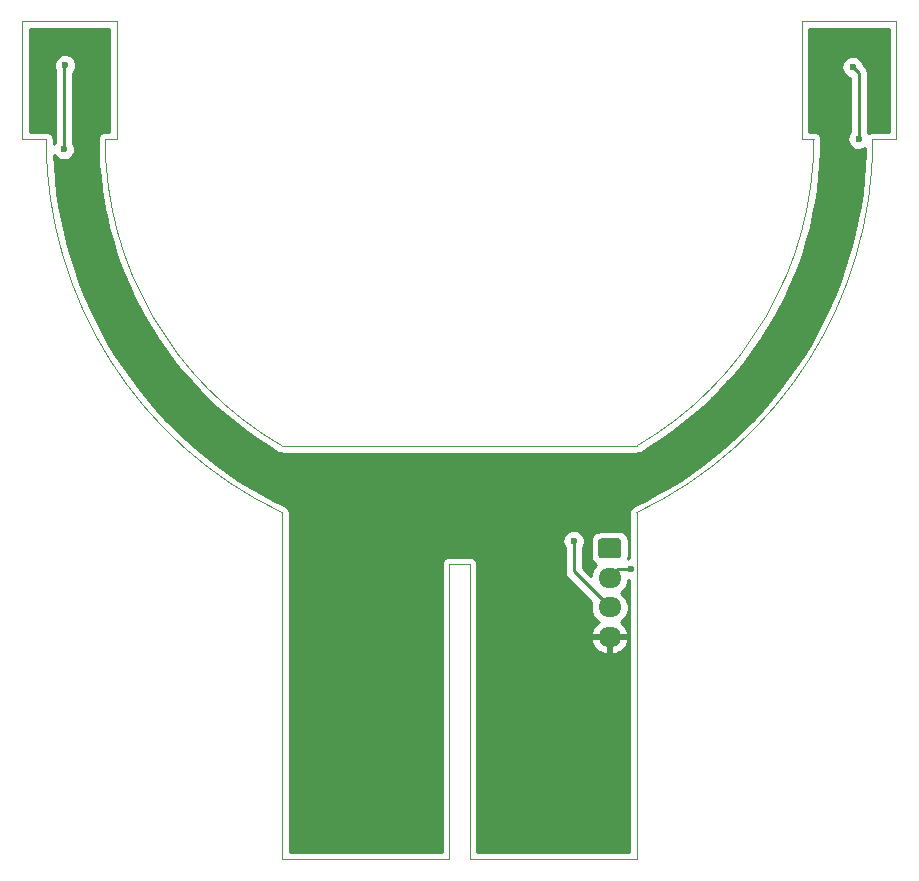
<source format=gbr>
%TF.GenerationSoftware,KiCad,Pcbnew,5.99.0-unknown-5405c09~101~ubuntu18.04.1*%
%TF.CreationDate,2020-04-21T20:28:15+03:00*%
%TF.ProjectId,Ultrasonic Flow Sensor,556c7472-6173-46f6-9e69-6320466c6f77,rev?*%
%TF.SameCoordinates,Original*%
%TF.FileFunction,Copper,L2,Bot*%
%TF.FilePolarity,Positive*%
%FSLAX46Y46*%
G04 Gerber Fmt 4.6, Leading zero omitted, Abs format (unit mm)*
G04 Created by KiCad (PCBNEW 5.99.0-unknown-5405c09~101~ubuntu18.04.1) date 2020-04-21 20:28:15*
%MOMM*%
%LPD*%
G01*
G04 APERTURE LIST*
%TA.AperFunction,Profile*%
%ADD10C,0.100000*%
%TD*%
%TA.AperFunction,ComponentPad*%
%ADD11O,1.950000X1.700000*%
%TD*%
%TA.AperFunction,ViaPad*%
%ADD12C,0.600000*%
%TD*%
%TA.AperFunction,ViaPad*%
%ADD13C,0.800000*%
%TD*%
%TA.AperFunction,Conductor*%
%ADD14C,0.250000*%
%TD*%
%TA.AperFunction,Conductor*%
%ADD15C,0.254000*%
%TD*%
G04 APERTURE END LIST*
D10*
X141287009Y-70021467D02*
G75*
G02*
X126287009Y-96002228I-29999999J0D01*
G01*
X126287008Y-131002229D02*
X126287008Y-101642228D01*
X148287010Y-70021467D02*
X146287009Y-70021467D01*
X141287009Y-70021467D02*
X140287010Y-70021467D01*
X140287010Y-60021467D02*
X148287010Y-60021467D01*
X74287010Y-60021467D02*
X82287010Y-60021467D01*
X96287010Y-96002229D02*
X126287009Y-96002228D01*
X140287010Y-70021467D02*
X140287010Y-60021467D01*
X110437010Y-106002229D02*
X112137010Y-106002229D01*
X96287008Y-131002229D02*
X110437010Y-131002229D01*
X112137010Y-106002229D02*
X112137010Y-131002229D01*
X96274281Y-101638202D02*
G75*
G02*
X76287010Y-70021467I15012729J31616735D01*
G01*
X74287010Y-70021467D02*
X74287010Y-60021467D01*
X96287010Y-96002229D02*
G75*
G02*
X81287010Y-70021467I15000000J25980762D01*
G01*
X76287010Y-70021467D02*
X74287010Y-70021467D01*
X82287010Y-70021467D02*
X81287010Y-70021467D01*
X82287010Y-60021467D02*
X82287010Y-70021467D01*
X146285188Y-70021467D02*
G75*
G02*
X126287008Y-101642228I-34998178J0D01*
G01*
X96287008Y-131002229D02*
X96274280Y-101638202D01*
X148287010Y-60021467D02*
X148287010Y-70021467D01*
X110437010Y-131002229D02*
X110437010Y-106002229D01*
X112137010Y-131002229D02*
X126287008Y-131002229D01*
D11*
%TO.P,J5,4,Pin_4*%
%TO.N,Net-(C5-Pad2)*%
X123999010Y-112164229D03*
%TO.P,J5,3,Pin_3*%
%TO.N,Net-(J5-Pad3)*%
X123999010Y-109664229D03*
%TO.P,J5,2,Pin_2*%
%TO.N,Net-(J5-Pad2)*%
X123999010Y-107164229D03*
%TO.P,J5,1,Pin_1*%
%TO.N,Net-(J5-Pad1)*%
%TA.AperFunction,ComponentPad*%
G36*
G01*
X123274010Y-103814229D02*
X124724010Y-103814229D01*
G75*
G02*
X124974010Y-104064229I0J-250000D01*
G01*
X124974010Y-105264229D01*
G75*
G02*
X124724010Y-105514229I-250000J0D01*
G01*
X123274010Y-105514229D01*
G75*
G02*
X123024010Y-105264229I0J250000D01*
G01*
X123024010Y-104064229D01*
G75*
G02*
X123274010Y-103814229I250000J0D01*
G01*
G37*
%TD.AperFunction*%
%TD*%
D12*
%TO.N,Net-(C5-Pad1)*%
X77771010Y-70882229D03*
D13*
%TO.N,Net-(C5-Pad2)*%
X143811010Y-73803229D03*
X78787010Y-73803229D03*
D12*
%TO.N,Net-(J5-Pad2)*%
X144573010Y-63897229D03*
%TO.N,Net-(J5-Pad3)*%
X120951010Y-104029229D03*
%TO.N,Net-(J5-Pad2)*%
X125787008Y-106442229D03*
%TO.N,Net-(C5-Pad1)*%
X77898010Y-63770229D03*
%TO.N,Net-(J5-Pad2)*%
X145081010Y-69993229D03*
%TD*%
D14*
%TO.N,Net-(J5-Pad3)*%
X120951010Y-106616229D02*
X123999010Y-109664229D01*
%TO.N,Net-(C5-Pad1)*%
X77771010Y-70882229D02*
X77771010Y-63897229D01*
%TO.N,Net-(J5-Pad2)*%
X145081010Y-69993229D02*
X145081010Y-64405229D01*
%TO.N,Net-(C5-Pad1)*%
X77771010Y-63897229D02*
X77898010Y-63770229D01*
%TO.N,Net-(J5-Pad3)*%
X120951010Y-104029229D02*
X120951010Y-106616229D01*
%TO.N,Net-(J5-Pad2)*%
X124721010Y-106442229D02*
X123999010Y-107164229D01*
X125787008Y-106442229D02*
X124721010Y-106442229D01*
X145081010Y-64405229D02*
X144573010Y-63897229D01*
%TD*%
%TO.N,Net-(C5-Pad2)*%
G36*
X81653011Y-69387467D02*
G01*
X81368592Y-69387467D01*
X81361545Y-69386539D01*
X81279773Y-69387467D01*
X81246060Y-69387467D01*
X81239666Y-69387922D01*
X81198089Y-69388394D01*
X81180348Y-69391140D01*
X81148821Y-69400749D01*
X81116216Y-69405418D01*
X81098986Y-69410457D01*
X81062415Y-69427084D01*
X81023980Y-69438799D01*
X81007724Y-69446413D01*
X80980166Y-69464480D01*
X80950176Y-69478116D01*
X80935052Y-69487789D01*
X80904620Y-69514011D01*
X80871018Y-69536041D01*
X80857551Y-69547913D01*
X80836168Y-69572993D01*
X80811215Y-69594495D01*
X80799413Y-69608023D01*
X80777568Y-69641727D01*
X80751496Y-69672307D01*
X80741902Y-69687483D01*
X80728419Y-69717554D01*
X80710504Y-69745195D01*
X80702973Y-69761492D01*
X80691463Y-69799976D01*
X80675022Y-69836644D01*
X80670074Y-69853902D01*
X80665574Y-69886545D01*
X80656135Y-69918105D01*
X80653481Y-69935862D01*
X80653235Y-69976035D01*
X80648335Y-70011576D01*
X80647748Y-70020907D01*
X80647874Y-70032044D01*
X80647880Y-70032430D01*
X80666236Y-71084090D01*
X80666485Y-71086896D01*
X80666393Y-71090205D01*
X80666908Y-71101332D01*
X80666927Y-71101715D01*
X80721975Y-72152090D01*
X80722322Y-72154882D01*
X80722345Y-72158210D01*
X80723249Y-72169308D01*
X80723281Y-72169685D01*
X80814952Y-73217500D01*
X80815395Y-73220276D01*
X80815535Y-73223598D01*
X80816827Y-73234663D01*
X80816871Y-73235036D01*
X80945055Y-74279012D01*
X80945594Y-74281767D01*
X80945850Y-74285087D01*
X80947527Y-74296100D01*
X80947585Y-74296471D01*
X81112125Y-75335338D01*
X81112759Y-75338068D01*
X81113129Y-75341370D01*
X81115189Y-75352319D01*
X81115260Y-75352694D01*
X81315957Y-76385189D01*
X81316690Y-76387909D01*
X81317175Y-76391194D01*
X81319615Y-76402061D01*
X81319699Y-76402428D01*
X81556306Y-77427286D01*
X81557132Y-77429976D01*
X81557731Y-77433237D01*
X81560548Y-77444013D01*
X81560646Y-77444383D01*
X81832877Y-78460365D01*
X81833796Y-78463022D01*
X81834508Y-78466261D01*
X81837701Y-78476934D01*
X81837811Y-78477297D01*
X82145332Y-79483153D01*
X82146345Y-79485781D01*
X82147168Y-79488988D01*
X82150729Y-79499539D01*
X82150854Y-79499905D01*
X82493292Y-80494420D01*
X82494395Y-80497008D01*
X82495330Y-80500186D01*
X82499258Y-80510608D01*
X82499395Y-80510968D01*
X82876333Y-81492927D01*
X82877527Y-81495480D01*
X82878573Y-81498622D01*
X82882862Y-81508901D01*
X82883011Y-81509254D01*
X83293988Y-82477456D01*
X83295269Y-82479962D01*
X83296426Y-82483072D01*
X83301071Y-82493193D01*
X83301231Y-82493540D01*
X83745750Y-83446813D01*
X83747115Y-83449269D01*
X83748384Y-83452346D01*
X83753382Y-83462300D01*
X83753551Y-83462635D01*
X84231064Y-84399809D01*
X84232517Y-84402220D01*
X84233885Y-84405237D01*
X84239225Y-84415010D01*
X84239411Y-84415348D01*
X84749343Y-85335289D01*
X84750875Y-85337641D01*
X84752355Y-85340623D01*
X84758034Y-85350204D01*
X84758228Y-85350529D01*
X85299954Y-86252113D01*
X85301571Y-86254416D01*
X85303148Y-86257333D01*
X85309158Y-86266711D01*
X85309365Y-86267032D01*
X85882227Y-87149162D01*
X85883923Y-87151406D01*
X85885604Y-87154271D01*
X85891939Y-87163435D01*
X85892154Y-87163744D01*
X86495450Y-88025340D01*
X86497222Y-88027523D01*
X86498996Y-88030318D01*
X86505645Y-88039255D01*
X86505877Y-88039564D01*
X87138878Y-88879585D01*
X87140724Y-88881703D01*
X87142596Y-88884437D01*
X87149553Y-88893137D01*
X87149795Y-88893438D01*
X87811729Y-89710857D01*
X87813648Y-89712910D01*
X87815618Y-89715581D01*
X87822875Y-89724032D01*
X87823124Y-89724320D01*
X88513175Y-90518134D01*
X88515166Y-90520119D01*
X88517233Y-90522727D01*
X88524778Y-90530917D01*
X88525037Y-90531196D01*
X89242374Y-91300445D01*
X89244428Y-91302355D01*
X89246590Y-91304896D01*
X89254418Y-91312817D01*
X89254683Y-91313084D01*
X89998428Y-92056830D01*
X90000555Y-92058674D01*
X90002794Y-92061126D01*
X90010893Y-92068770D01*
X90011170Y-92069030D01*
X90780422Y-92786369D01*
X90782609Y-92788135D01*
X90784930Y-92790505D01*
X90793293Y-92797864D01*
X90793580Y-92798115D01*
X91587396Y-93488169D01*
X91589645Y-93489859D01*
X91592053Y-93492152D01*
X91600666Y-93499213D01*
X91600959Y-93499452D01*
X92418373Y-94161380D01*
X92420676Y-94162988D01*
X92423161Y-94165194D01*
X92432015Y-94171951D01*
X92432319Y-94172181D01*
X93272335Y-94805180D01*
X93274696Y-94806709D01*
X93277249Y-94808821D01*
X93286332Y-94815264D01*
X93286650Y-94815488D01*
X94148252Y-95418788D01*
X94150668Y-95420235D01*
X94153291Y-95422255D01*
X94162596Y-95428379D01*
X94162916Y-95428588D01*
X95045047Y-96001451D01*
X95047505Y-96002809D01*
X95050202Y-96004740D01*
X95059716Y-96010536D01*
X95060043Y-96010734D01*
X95961628Y-96552460D01*
X95969621Y-96556520D01*
X96029090Y-96581579D01*
X96091709Y-96610978D01*
X96109262Y-96616287D01*
X96112662Y-96616795D01*
X96116122Y-96618253D01*
X96133486Y-96622808D01*
X96217248Y-96632425D01*
X96238061Y-96635536D01*
X96247386Y-96636229D01*
X96250371Y-96636229D01*
X96295885Y-96641455D01*
X96313831Y-96640953D01*
X96341324Y-96636229D01*
X126228807Y-96636227D01*
X126252388Y-96640576D01*
X126270325Y-96641297D01*
X126272042Y-96641121D01*
X126275299Y-96641383D01*
X126286436Y-96641451D01*
X126286818Y-96641452D01*
X126291492Y-96641452D01*
X126300435Y-96640815D01*
X126364306Y-96631669D01*
X126432944Y-96624636D01*
X126450365Y-96620292D01*
X126453960Y-96618828D01*
X126457803Y-96618278D01*
X126475034Y-96613239D01*
X126537853Y-96584677D01*
X126597781Y-96560282D01*
X126606154Y-96556126D01*
X126615735Y-96550449D01*
X126616069Y-96550250D01*
X127517655Y-96008522D01*
X127519958Y-96006905D01*
X127522875Y-96005328D01*
X127532253Y-95999318D01*
X127532574Y-95999111D01*
X128414705Y-95426249D01*
X128416949Y-95424553D01*
X128419814Y-95422872D01*
X128428978Y-95416537D01*
X128429287Y-95416322D01*
X129290883Y-94813026D01*
X129293066Y-94811254D01*
X129295861Y-94809480D01*
X129304798Y-94802831D01*
X129305107Y-94802599D01*
X130145128Y-94169598D01*
X130147243Y-94167755D01*
X130149988Y-94165875D01*
X130158686Y-94158918D01*
X130158983Y-94158679D01*
X130976397Y-93496751D01*
X130978455Y-93494827D01*
X130981126Y-93492857D01*
X130989575Y-93485602D01*
X130989863Y-93485353D01*
X131783680Y-92795299D01*
X131785670Y-92793303D01*
X131788268Y-92791244D01*
X131796459Y-92783698D01*
X131796739Y-92783439D01*
X132565987Y-92066102D01*
X132567897Y-92064048D01*
X132570438Y-92061886D01*
X132578359Y-92054058D01*
X132578626Y-92053793D01*
X133322372Y-91310048D01*
X133324216Y-91307921D01*
X133326668Y-91305682D01*
X133334312Y-91297583D01*
X133334572Y-91297306D01*
X134051911Y-90528055D01*
X134053677Y-90525868D01*
X134056047Y-90523547D01*
X134063406Y-90515184D01*
X134063657Y-90514897D01*
X134753712Y-89721081D01*
X134755402Y-89718832D01*
X134757695Y-89716424D01*
X134764756Y-89707811D01*
X134764995Y-89707518D01*
X135426923Y-88890104D01*
X135428533Y-88887799D01*
X135430732Y-88885322D01*
X135437488Y-88876469D01*
X135437722Y-88876160D01*
X136070723Y-88036140D01*
X136072255Y-88033774D01*
X136074370Y-88031217D01*
X136080812Y-88022134D01*
X136081031Y-88021823D01*
X136684330Y-87160225D01*
X136685777Y-87157809D01*
X136687797Y-87155186D01*
X136693921Y-87145881D01*
X136694130Y-87145561D01*
X137266993Y-86263429D01*
X137268351Y-86260971D01*
X137270282Y-86258274D01*
X137276078Y-86248760D01*
X137276276Y-86248433D01*
X137818003Y-85346847D01*
X137819274Y-85344344D01*
X137821114Y-85341574D01*
X137826572Y-85331865D01*
X137826757Y-85331534D01*
X138336688Y-84411595D01*
X138337872Y-84409047D01*
X138339614Y-84406215D01*
X138344730Y-84396322D01*
X138344904Y-84395984D01*
X138822417Y-83458809D01*
X138823510Y-83456225D01*
X138825156Y-83453327D01*
X138829924Y-83443261D01*
X138830084Y-83442920D01*
X139274600Y-82489654D01*
X139275607Y-82487020D01*
X139277141Y-82484086D01*
X139281554Y-82473864D01*
X139281706Y-82473509D01*
X139692685Y-81505303D01*
X139693598Y-81502641D01*
X139695028Y-81499655D01*
X139699083Y-81489283D01*
X139699223Y-81488922D01*
X140076162Y-80506962D01*
X140076980Y-80504275D01*
X140078310Y-80501230D01*
X140082000Y-80490721D01*
X140082125Y-80490362D01*
X140424562Y-79495853D01*
X140425288Y-79493130D01*
X140426507Y-79490050D01*
X140429828Y-79479422D01*
X140429942Y-79479052D01*
X140737465Y-78473189D01*
X140738094Y-78470447D01*
X140739208Y-78467318D01*
X140742156Y-78456574D01*
X140742254Y-78456212D01*
X141014484Y-77440237D01*
X141015016Y-77437482D01*
X141016023Y-77434306D01*
X141018593Y-77423468D01*
X141018679Y-77423101D01*
X141255286Y-76398242D01*
X141255721Y-76395471D01*
X141256613Y-76392278D01*
X141258805Y-76381356D01*
X141258880Y-76380977D01*
X141459577Y-75348482D01*
X141459916Y-75345690D01*
X141460698Y-75342458D01*
X141462506Y-75331468D01*
X141462566Y-75331095D01*
X141627106Y-74292229D01*
X141627347Y-74289434D01*
X141628018Y-74286164D01*
X141629441Y-74275117D01*
X141629487Y-74274747D01*
X141757671Y-73230773D01*
X141757814Y-73227971D01*
X141758369Y-73224690D01*
X141759407Y-73213600D01*
X141759441Y-73213223D01*
X141851113Y-72165405D01*
X141851158Y-72162602D01*
X141851598Y-72159307D01*
X141852248Y-72148186D01*
X141852269Y-72147806D01*
X141907317Y-71097432D01*
X141907264Y-71094614D01*
X141907587Y-71091322D01*
X141907849Y-71080189D01*
X141907857Y-71079802D01*
X141926214Y-70028141D01*
X141925733Y-70019189D01*
X141921291Y-69983781D01*
X141921536Y-69943608D01*
X141919100Y-69925821D01*
X141910047Y-69894147D01*
X141905946Y-69861451D01*
X141901209Y-69844135D01*
X141885216Y-69807264D01*
X141874178Y-69768645D01*
X141866847Y-69752257D01*
X141849271Y-69724401D01*
X141836158Y-69694170D01*
X141826750Y-69678877D01*
X141801053Y-69647979D01*
X141779620Y-69614010D01*
X141767985Y-69600339D01*
X141743291Y-69578529D01*
X141722222Y-69553196D01*
X141708901Y-69541160D01*
X141675570Y-69518720D01*
X141645459Y-69492127D01*
X141630454Y-69482271D01*
X141600634Y-69468271D01*
X141573301Y-69449869D01*
X141557138Y-69442055D01*
X141518853Y-69429873D01*
X141482308Y-69412716D01*
X141464754Y-69407408D01*
X141433625Y-69402756D01*
X141401364Y-69392492D01*
X141383659Y-69389529D01*
X141337896Y-69388450D01*
X141335952Y-69388159D01*
X141326631Y-69387467D01*
X141296200Y-69387467D01*
X141220237Y-69385676D01*
X141205220Y-69387467D01*
X140921010Y-69387467D01*
X140921010Y-60655467D01*
X147653010Y-60655467D01*
X147653011Y-69387467D01*
X146294217Y-69387467D01*
X146217860Y-69385735D01*
X146200035Y-69387876D01*
X146155631Y-69399774D01*
X146116216Y-69405418D01*
X146098984Y-69410457D01*
X146074910Y-69421403D01*
X146042137Y-69430185D01*
X146025630Y-69437243D01*
X145982804Y-69463281D01*
X145950176Y-69478116D01*
X145935051Y-69487789D01*
X145917207Y-69503164D01*
X145888951Y-69520344D01*
X145842010Y-69442836D01*
X145842010Y-64350050D01*
X145842009Y-64350038D01*
X145842009Y-64294738D01*
X145838907Y-64275149D01*
X145823273Y-64227034D01*
X145815356Y-64177052D01*
X145809228Y-64158190D01*
X145786255Y-64113102D01*
X145770620Y-64064983D01*
X145761616Y-64047313D01*
X145731876Y-64006379D01*
X145708904Y-63961295D01*
X145697246Y-63945249D01*
X145657629Y-63905633D01*
X145657616Y-63905618D01*
X145504434Y-63752437D01*
X145442429Y-63530358D01*
X145435606Y-63514591D01*
X145311742Y-63310068D01*
X145300931Y-63296717D01*
X145126630Y-63133038D01*
X145112626Y-63123086D01*
X144900730Y-63012310D01*
X144884566Y-63006490D01*
X144650686Y-62956777D01*
X144633552Y-62955519D01*
X144394917Y-62970533D01*
X144378077Y-62973929D01*
X144152272Y-63052562D01*
X144136965Y-63060362D01*
X143940623Y-63196822D01*
X143927977Y-63208451D01*
X143775565Y-63392685D01*
X143766512Y-63407286D01*
X143669258Y-63625720D01*
X143664465Y-63642218D01*
X143629537Y-63878758D01*
X143629357Y-63895937D01*
X143659325Y-64133157D01*
X143663771Y-64149751D01*
X143756428Y-64370174D01*
X143765173Y-64384962D01*
X143913693Y-64572347D01*
X143926093Y-64584238D01*
X144119533Y-64724781D01*
X144134674Y-64732899D01*
X144320011Y-64801825D01*
X144320010Y-69444630D01*
X144283565Y-69488685D01*
X144274512Y-69503286D01*
X144177258Y-69721720D01*
X144172465Y-69738218D01*
X144137537Y-69974758D01*
X144137357Y-69991937D01*
X144167325Y-70229157D01*
X144171771Y-70245751D01*
X144264428Y-70466174D01*
X144273173Y-70480962D01*
X144421693Y-70668347D01*
X144434093Y-70680238D01*
X144627533Y-70820781D01*
X144642674Y-70828899D01*
X144866784Y-70912245D01*
X144883550Y-70915992D01*
X145121817Y-70936000D01*
X145138973Y-70935101D01*
X145373843Y-70890298D01*
X145390126Y-70884818D01*
X145604296Y-70778502D01*
X145618505Y-70768846D01*
X145633710Y-70755155D01*
X145626986Y-71160648D01*
X145570337Y-72298571D01*
X145475992Y-73433976D01*
X145344054Y-74565629D01*
X145174663Y-75692331D01*
X144968019Y-76812732D01*
X144724332Y-77925715D01*
X144443886Y-79029977D01*
X144126964Y-80124393D01*
X143773962Y-81207601D01*
X143385212Y-82278590D01*
X142961190Y-83336046D01*
X142502323Y-84378900D01*
X142009141Y-85405950D01*
X141482172Y-86416096D01*
X140922001Y-87408214D01*
X140329243Y-88381216D01*
X139704575Y-89333993D01*
X139048609Y-90265610D01*
X138362189Y-91174868D01*
X137645924Y-92060961D01*
X136900730Y-92922756D01*
X136127339Y-93759405D01*
X135326647Y-94569939D01*
X134499517Y-95353486D01*
X133646868Y-96109174D01*
X132769664Y-96836151D01*
X131868793Y-97533680D01*
X130945288Y-98200959D01*
X130000200Y-98837230D01*
X129034515Y-99441830D01*
X128049292Y-100014092D01*
X127045713Y-100553335D01*
X126020018Y-101061378D01*
X126008857Y-101066676D01*
X126001055Y-101071085D01*
X125942565Y-101109859D01*
X125879553Y-101149617D01*
X125868850Y-101158726D01*
X125868555Y-101158921D01*
X125867160Y-101160163D01*
X125865881Y-101161252D01*
X125865671Y-101161490D01*
X125855148Y-101170863D01*
X125806996Y-101227926D01*
X125757671Y-101283776D01*
X125749948Y-101295533D01*
X125749724Y-101295798D01*
X125748751Y-101297355D01*
X125747816Y-101298778D01*
X125747679Y-101299070D01*
X125740210Y-101311019D01*
X125710019Y-101379280D01*
X125678259Y-101446927D01*
X125674279Y-101460090D01*
X125674089Y-101460519D01*
X125673290Y-101463360D01*
X125672951Y-101464481D01*
X125672924Y-101464661D01*
X125669229Y-101477799D01*
X125655512Y-101581164D01*
X125653702Y-101593282D01*
X125653445Y-101596745D01*
X125647725Y-101639846D01*
X125647910Y-101657798D01*
X125653009Y-101690962D01*
X125653009Y-105512759D01*
X125608916Y-105515533D01*
X125592075Y-105518929D01*
X125572685Y-105525681D01*
X125574571Y-105521552D01*
X125579649Y-105504259D01*
X125612592Y-105275135D01*
X125613234Y-105266158D01*
X125613234Y-104060046D01*
X125611790Y-104046616D01*
X125538755Y-103710876D01*
X125530125Y-103690042D01*
X125401314Y-103489609D01*
X125389511Y-103475988D01*
X125211161Y-103321446D01*
X125195999Y-103311702D01*
X124981333Y-103213668D01*
X124964040Y-103208590D01*
X124734916Y-103175647D01*
X124725939Y-103175005D01*
X123269827Y-103175005D01*
X123256397Y-103176449D01*
X122920657Y-103249484D01*
X122899823Y-103258114D01*
X122699390Y-103386925D01*
X122685769Y-103398728D01*
X122531227Y-103577078D01*
X122521483Y-103592240D01*
X122423449Y-103806906D01*
X122418371Y-103824199D01*
X122385428Y-104053323D01*
X122384786Y-104062300D01*
X122384786Y-105268412D01*
X122386230Y-105281842D01*
X122459265Y-105617582D01*
X122467895Y-105638416D01*
X122596706Y-105838849D01*
X122608509Y-105852470D01*
X122786859Y-106007012D01*
X122802021Y-106016756D01*
X122887199Y-106055655D01*
X122788804Y-106145188D01*
X122781751Y-106152751D01*
X122636940Y-106336114D01*
X122631217Y-106344728D01*
X122518299Y-106549279D01*
X122514059Y-106558712D01*
X122436065Y-106778960D01*
X122433423Y-106788958D01*
X122398125Y-106987128D01*
X121712010Y-106301014D01*
X121712010Y-104577011D01*
X121805403Y-104429848D01*
X121812554Y-104414227D01*
X121881760Y-104185010D01*
X121884459Y-104167372D01*
X121887146Y-103910665D01*
X121884818Y-103892975D01*
X121820429Y-103662358D01*
X121813606Y-103646591D01*
X121689742Y-103442068D01*
X121678931Y-103428717D01*
X121504630Y-103265038D01*
X121490626Y-103255086D01*
X121278730Y-103144310D01*
X121262566Y-103138490D01*
X121028686Y-103088777D01*
X121011552Y-103087519D01*
X120772917Y-103102533D01*
X120756077Y-103105929D01*
X120530272Y-103184562D01*
X120514965Y-103192362D01*
X120318623Y-103328822D01*
X120305977Y-103340451D01*
X120153565Y-103524685D01*
X120144512Y-103539286D01*
X120047258Y-103757720D01*
X120042465Y-103774218D01*
X120007537Y-104010758D01*
X120007357Y-104027937D01*
X120037325Y-104265157D01*
X120041771Y-104281751D01*
X120134428Y-104502174D01*
X120143173Y-104516961D01*
X120190010Y-104576056D01*
X120190011Y-106515656D01*
X120190011Y-106726718D01*
X120193114Y-106746307D01*
X120208749Y-106794427D01*
X120216664Y-106844406D01*
X120222793Y-106863269D01*
X120245763Y-106908347D01*
X120261399Y-106956472D01*
X120270403Y-106974144D01*
X120300148Y-107015085D01*
X120323118Y-107060164D01*
X120334775Y-107076209D01*
X122462598Y-109204031D01*
X122436065Y-109278959D01*
X122433423Y-109288958D01*
X122392450Y-109518987D01*
X122391477Y-109529282D01*
X122388621Y-109762914D01*
X122389343Y-109773231D01*
X122424685Y-110004191D01*
X122427082Y-110014251D01*
X122499670Y-110236339D01*
X122503678Y-110245873D01*
X122611565Y-110453122D01*
X122617076Y-110461873D01*
X122757364Y-110648719D01*
X122764231Y-110656453D01*
X122933151Y-110817876D01*
X122941188Y-110824384D01*
X123073431Y-110914595D01*
X122969812Y-110981629D01*
X122961618Y-110987939D01*
X122788804Y-111145188D01*
X122781751Y-111152751D01*
X122636940Y-111336114D01*
X122631217Y-111344728D01*
X122518299Y-111549279D01*
X122514059Y-111558712D01*
X122436065Y-111778959D01*
X122433423Y-111788958D01*
X122405442Y-111946043D01*
X122480983Y-112036229D01*
X123797202Y-112036230D01*
X123797203Y-112036229D01*
X125516910Y-112036230D01*
X125592329Y-111948392D01*
X125573335Y-111824266D01*
X125570938Y-111814207D01*
X125498350Y-111592119D01*
X125494342Y-111582585D01*
X125386455Y-111375336D01*
X125380944Y-111366585D01*
X125240656Y-111179739D01*
X125233789Y-111172005D01*
X125064869Y-111010582D01*
X125056832Y-111004074D01*
X124924589Y-110913863D01*
X125028208Y-110846829D01*
X125036402Y-110840519D01*
X125209216Y-110683270D01*
X125216269Y-110675707D01*
X125361080Y-110492344D01*
X125366803Y-110483730D01*
X125479721Y-110279179D01*
X125483961Y-110269746D01*
X125561955Y-110049498D01*
X125564597Y-110039500D01*
X125605570Y-109809471D01*
X125606543Y-109799176D01*
X125609399Y-109565544D01*
X125608677Y-109555227D01*
X125573335Y-109324267D01*
X125570938Y-109314207D01*
X125498350Y-109092119D01*
X125494342Y-109082585D01*
X125386455Y-108875336D01*
X125380944Y-108866585D01*
X125240656Y-108679739D01*
X125233789Y-108672005D01*
X125064869Y-108510582D01*
X125056832Y-108504074D01*
X124924589Y-108413863D01*
X125028208Y-108346829D01*
X125036402Y-108340519D01*
X125209216Y-108183270D01*
X125216269Y-108175707D01*
X125361080Y-107992344D01*
X125366803Y-107983730D01*
X125479721Y-107779179D01*
X125483961Y-107769746D01*
X125561955Y-107549498D01*
X125564597Y-107539500D01*
X125595590Y-107365499D01*
X125653009Y-107370321D01*
X125653008Y-130368229D01*
X112771010Y-130368229D01*
X112771010Y-112380066D01*
X122405691Y-112380066D01*
X122424685Y-112504192D01*
X122427082Y-112514251D01*
X122499670Y-112736339D01*
X122503678Y-112745873D01*
X122611565Y-112953122D01*
X122617076Y-112961873D01*
X122757364Y-113148719D01*
X122764231Y-113156453D01*
X122933151Y-113317876D01*
X122941188Y-113324384D01*
X123134205Y-113456052D01*
X123143197Y-113461161D01*
X123355128Y-113559535D01*
X123364833Y-113563106D01*
X123590356Y-113625649D01*
X123601285Y-113627665D01*
X123788609Y-113645372D01*
X123869768Y-113571523D01*
X124127009Y-113571523D01*
X124208275Y-113646381D01*
X124362045Y-113633739D01*
X124372248Y-113632049D01*
X124598858Y-113575128D01*
X124608647Y-113571795D01*
X124822917Y-113478629D01*
X124832031Y-113473742D01*
X125028208Y-113346829D01*
X125036402Y-113340519D01*
X125209216Y-113183270D01*
X125216269Y-113175707D01*
X125361080Y-112992344D01*
X125366803Y-112983730D01*
X125479721Y-112779179D01*
X125483961Y-112769746D01*
X125561955Y-112549499D01*
X125564597Y-112539500D01*
X125592578Y-112382415D01*
X125517037Y-112292229D01*
X124200819Y-112292228D01*
X124127010Y-112366037D01*
X124127009Y-113571523D01*
X123869768Y-113571523D01*
X123871010Y-113570393D01*
X123871011Y-112366038D01*
X123797202Y-112292229D01*
X122481110Y-112292228D01*
X122405691Y-112380066D01*
X112771010Y-112380066D01*
X112771010Y-106010767D01*
X112771537Y-105924370D01*
X112769101Y-105906582D01*
X112758518Y-105869556D01*
X112753059Y-105831437D01*
X112748021Y-105814206D01*
X112733694Y-105782695D01*
X112724179Y-105749407D01*
X112716849Y-105733020D01*
X112696303Y-105700457D01*
X112680361Y-105665396D01*
X112670688Y-105650270D01*
X112648089Y-105624044D01*
X112629621Y-105594773D01*
X112617986Y-105581101D01*
X112589121Y-105555608D01*
X112563983Y-105526434D01*
X112550453Y-105514632D01*
X112521410Y-105495808D01*
X112495461Y-105472890D01*
X112480455Y-105463033D01*
X112445589Y-105446664D01*
X112413281Y-105425722D01*
X112396983Y-105418192D01*
X112363828Y-105408277D01*
X112332310Y-105393479D01*
X112314755Y-105388170D01*
X112278465Y-105382747D01*
X112240370Y-105371354D01*
X112222614Y-105368700D01*
X112179417Y-105368436D01*
X112176631Y-105368229D01*
X112145547Y-105368229D01*
X112059151Y-105367702D01*
X112055303Y-105368229D01*
X110445548Y-105368229D01*
X110359153Y-105367702D01*
X110341366Y-105370138D01*
X110304333Y-105380721D01*
X110266216Y-105386180D01*
X110248985Y-105391219D01*
X110217468Y-105405549D01*
X110184190Y-105415060D01*
X110167803Y-105422390D01*
X110135240Y-105442935D01*
X110100177Y-105458878D01*
X110085052Y-105468550D01*
X110058826Y-105491148D01*
X110029554Y-105509618D01*
X110015882Y-105521254D01*
X109990393Y-105550114D01*
X109961216Y-105575255D01*
X109949414Y-105588784D01*
X109930586Y-105617833D01*
X109907671Y-105643779D01*
X109897815Y-105658784D01*
X109881450Y-105693639D01*
X109860503Y-105725957D01*
X109852973Y-105742254D01*
X109843053Y-105775423D01*
X109828261Y-105806929D01*
X109822953Y-105824483D01*
X109817529Y-105860768D01*
X109806135Y-105898869D01*
X109803481Y-105916624D01*
X109803217Y-105959834D01*
X109803011Y-105962607D01*
X109803011Y-105993527D01*
X109802482Y-106080090D01*
X109803011Y-106083951D01*
X109803010Y-130368229D01*
X96920733Y-130368229D01*
X96908305Y-101695992D01*
X96912659Y-101672267D01*
X96913364Y-101654328D01*
X96908265Y-101604983D01*
X96908262Y-101596978D01*
X96907621Y-101588033D01*
X96903675Y-101560564D01*
X96896562Y-101491727D01*
X96892203Y-101474310D01*
X96890785Y-101470834D01*
X96890254Y-101467140D01*
X96885208Y-101449912D01*
X96856590Y-101387043D01*
X96830438Y-101322962D01*
X96821369Y-101307471D01*
X96819032Y-101304533D01*
X96817484Y-101301132D01*
X96807805Y-101286013D01*
X96762675Y-101233682D01*
X96719606Y-101179537D01*
X96706552Y-101167214D01*
X96703485Y-101165050D01*
X96701045Y-101162221D01*
X96687512Y-101150427D01*
X96629516Y-101112871D01*
X96576487Y-101075462D01*
X96568464Y-101070651D01*
X96558513Y-101065648D01*
X96558173Y-101065478D01*
X95527460Y-100554947D01*
X94523826Y-100015675D01*
X93538577Y-99443397D01*
X92572828Y-98838758D01*
X91627705Y-98202464D01*
X90704142Y-97535143D01*
X89803236Y-96837587D01*
X88925964Y-96110555D01*
X88073272Y-95354830D01*
X87246084Y-94571227D01*
X86445379Y-93760679D01*
X85671918Y-92923953D01*
X84926710Y-92062145D01*
X84210418Y-91176018D01*
X83523919Y-90266656D01*
X82867939Y-89335018D01*
X82243238Y-88382189D01*
X81650448Y-87409135D01*
X81090248Y-86416966D01*
X80563244Y-85406754D01*
X80070047Y-84379675D01*
X79611160Y-83336774D01*
X79187110Y-82279251D01*
X78798336Y-81208195D01*
X78445315Y-80124929D01*
X78128376Y-79030455D01*
X77847913Y-77926127D01*
X77604220Y-76813116D01*
X77397559Y-75692613D01*
X77228162Y-74565878D01*
X77096216Y-73434158D01*
X77001865Y-72298692D01*
X76954937Y-71356035D01*
X76963173Y-71369962D01*
X77111693Y-71557347D01*
X77124093Y-71569238D01*
X77317533Y-71709781D01*
X77332674Y-71717899D01*
X77556784Y-71801245D01*
X77573550Y-71804992D01*
X77811817Y-71825000D01*
X77828973Y-71824101D01*
X78063843Y-71779298D01*
X78080126Y-71773818D01*
X78294296Y-71667502D01*
X78308505Y-71657846D01*
X78486195Y-71497854D01*
X78497284Y-71484732D01*
X78625403Y-71282847D01*
X78632554Y-71267227D01*
X78701760Y-71038010D01*
X78704459Y-71020372D01*
X78707146Y-70763665D01*
X78704818Y-70745975D01*
X78640429Y-70515358D01*
X78633606Y-70499591D01*
X78532010Y-70331836D01*
X78532010Y-64458953D01*
X78613195Y-64385854D01*
X78624284Y-64372732D01*
X78752403Y-64170847D01*
X78759554Y-64155227D01*
X78828760Y-63926010D01*
X78831459Y-63908372D01*
X78834146Y-63651665D01*
X78831818Y-63633975D01*
X78767429Y-63403358D01*
X78760606Y-63387591D01*
X78636742Y-63183068D01*
X78625931Y-63169717D01*
X78451630Y-63006038D01*
X78437626Y-62996086D01*
X78225730Y-62885310D01*
X78209566Y-62879490D01*
X77975686Y-62829777D01*
X77958552Y-62828519D01*
X77719917Y-62843533D01*
X77703077Y-62846929D01*
X77477272Y-62925562D01*
X77461965Y-62933362D01*
X77265623Y-63069822D01*
X77252977Y-63081451D01*
X77100565Y-63265685D01*
X77091512Y-63280286D01*
X76994258Y-63498720D01*
X76989465Y-63515218D01*
X76954537Y-63751758D01*
X76954357Y-63768937D01*
X76984325Y-64006157D01*
X76988771Y-64022751D01*
X77010011Y-64073279D01*
X77010010Y-70333630D01*
X76973565Y-70377685D01*
X76964512Y-70392286D01*
X76933622Y-70461666D01*
X76926072Y-70006387D01*
X76925287Y-69997457D01*
X76921360Y-69972942D01*
X76921539Y-69943609D01*
X76919103Y-69925822D01*
X76907070Y-69883719D01*
X76900144Y-69840482D01*
X76894820Y-69823337D01*
X76882241Y-69796846D01*
X76874182Y-69768648D01*
X76866851Y-69752259D01*
X76843487Y-69715229D01*
X76824704Y-69675672D01*
X76814781Y-69660709D01*
X76795273Y-69638814D01*
X76779624Y-69614010D01*
X76767987Y-69600337D01*
X76735164Y-69571349D01*
X76706039Y-69538659D01*
X76692316Y-69527083D01*
X76667444Y-69511541D01*
X76645463Y-69492128D01*
X76630459Y-69482272D01*
X76590819Y-69463660D01*
X76553686Y-69440458D01*
X76537268Y-69433199D01*
X76509036Y-69425263D01*
X76482486Y-69412798D01*
X76465318Y-69407549D01*
X76422048Y-69400812D01*
X76379898Y-69388964D01*
X76362101Y-69386605D01*
X76332774Y-69386912D01*
X76308044Y-69383062D01*
X76298721Y-69382312D01*
X76287584Y-69382244D01*
X76287202Y-69382243D01*
X76282527Y-69382243D01*
X76273585Y-69382880D01*
X76241558Y-69387467D01*
X74921010Y-69387467D01*
X74921010Y-60655467D01*
X81653010Y-60655467D01*
X81653011Y-69387467D01*
G37*
D15*
X81653011Y-69387467D02*
X81368592Y-69387467D01*
X81361545Y-69386539D01*
X81279773Y-69387467D01*
X81246060Y-69387467D01*
X81239666Y-69387922D01*
X81198089Y-69388394D01*
X81180348Y-69391140D01*
X81148821Y-69400749D01*
X81116216Y-69405418D01*
X81098986Y-69410457D01*
X81062415Y-69427084D01*
X81023980Y-69438799D01*
X81007724Y-69446413D01*
X80980166Y-69464480D01*
X80950176Y-69478116D01*
X80935052Y-69487789D01*
X80904620Y-69514011D01*
X80871018Y-69536041D01*
X80857551Y-69547913D01*
X80836168Y-69572993D01*
X80811215Y-69594495D01*
X80799413Y-69608023D01*
X80777568Y-69641727D01*
X80751496Y-69672307D01*
X80741902Y-69687483D01*
X80728419Y-69717554D01*
X80710504Y-69745195D01*
X80702973Y-69761492D01*
X80691463Y-69799976D01*
X80675022Y-69836644D01*
X80670074Y-69853902D01*
X80665574Y-69886545D01*
X80656135Y-69918105D01*
X80653481Y-69935862D01*
X80653235Y-69976035D01*
X80648335Y-70011576D01*
X80647748Y-70020907D01*
X80647874Y-70032044D01*
X80647880Y-70032430D01*
X80666236Y-71084090D01*
X80666485Y-71086896D01*
X80666393Y-71090205D01*
X80666908Y-71101332D01*
X80666927Y-71101715D01*
X80721975Y-72152090D01*
X80722322Y-72154882D01*
X80722345Y-72158210D01*
X80723249Y-72169308D01*
X80723281Y-72169685D01*
X80814952Y-73217500D01*
X80815395Y-73220276D01*
X80815535Y-73223598D01*
X80816827Y-73234663D01*
X80816871Y-73235036D01*
X80945055Y-74279012D01*
X80945594Y-74281767D01*
X80945850Y-74285087D01*
X80947527Y-74296100D01*
X80947585Y-74296471D01*
X81112125Y-75335338D01*
X81112759Y-75338068D01*
X81113129Y-75341370D01*
X81115189Y-75352319D01*
X81115260Y-75352694D01*
X81315957Y-76385189D01*
X81316690Y-76387909D01*
X81317175Y-76391194D01*
X81319615Y-76402061D01*
X81319699Y-76402428D01*
X81556306Y-77427286D01*
X81557132Y-77429976D01*
X81557731Y-77433237D01*
X81560548Y-77444013D01*
X81560646Y-77444383D01*
X81832877Y-78460365D01*
X81833796Y-78463022D01*
X81834508Y-78466261D01*
X81837701Y-78476934D01*
X81837811Y-78477297D01*
X82145332Y-79483153D01*
X82146345Y-79485781D01*
X82147168Y-79488988D01*
X82150729Y-79499539D01*
X82150854Y-79499905D01*
X82493292Y-80494420D01*
X82494395Y-80497008D01*
X82495330Y-80500186D01*
X82499258Y-80510608D01*
X82499395Y-80510968D01*
X82876333Y-81492927D01*
X82877527Y-81495480D01*
X82878573Y-81498622D01*
X82882862Y-81508901D01*
X82883011Y-81509254D01*
X83293988Y-82477456D01*
X83295269Y-82479962D01*
X83296426Y-82483072D01*
X83301071Y-82493193D01*
X83301231Y-82493540D01*
X83745750Y-83446813D01*
X83747115Y-83449269D01*
X83748384Y-83452346D01*
X83753382Y-83462300D01*
X83753551Y-83462635D01*
X84231064Y-84399809D01*
X84232517Y-84402220D01*
X84233885Y-84405237D01*
X84239225Y-84415010D01*
X84239411Y-84415348D01*
X84749343Y-85335289D01*
X84750875Y-85337641D01*
X84752355Y-85340623D01*
X84758034Y-85350204D01*
X84758228Y-85350529D01*
X85299954Y-86252113D01*
X85301571Y-86254416D01*
X85303148Y-86257333D01*
X85309158Y-86266711D01*
X85309365Y-86267032D01*
X85882227Y-87149162D01*
X85883923Y-87151406D01*
X85885604Y-87154271D01*
X85891939Y-87163435D01*
X85892154Y-87163744D01*
X86495450Y-88025340D01*
X86497222Y-88027523D01*
X86498996Y-88030318D01*
X86505645Y-88039255D01*
X86505877Y-88039564D01*
X87138878Y-88879585D01*
X87140724Y-88881703D01*
X87142596Y-88884437D01*
X87149553Y-88893137D01*
X87149795Y-88893438D01*
X87811729Y-89710857D01*
X87813648Y-89712910D01*
X87815618Y-89715581D01*
X87822875Y-89724032D01*
X87823124Y-89724320D01*
X88513175Y-90518134D01*
X88515166Y-90520119D01*
X88517233Y-90522727D01*
X88524778Y-90530917D01*
X88525037Y-90531196D01*
X89242374Y-91300445D01*
X89244428Y-91302355D01*
X89246590Y-91304896D01*
X89254418Y-91312817D01*
X89254683Y-91313084D01*
X89998428Y-92056830D01*
X90000555Y-92058674D01*
X90002794Y-92061126D01*
X90010893Y-92068770D01*
X90011170Y-92069030D01*
X90780422Y-92786369D01*
X90782609Y-92788135D01*
X90784930Y-92790505D01*
X90793293Y-92797864D01*
X90793580Y-92798115D01*
X91587396Y-93488169D01*
X91589645Y-93489859D01*
X91592053Y-93492152D01*
X91600666Y-93499213D01*
X91600959Y-93499452D01*
X92418373Y-94161380D01*
X92420676Y-94162988D01*
X92423161Y-94165194D01*
X92432015Y-94171951D01*
X92432319Y-94172181D01*
X93272335Y-94805180D01*
X93274696Y-94806709D01*
X93277249Y-94808821D01*
X93286332Y-94815264D01*
X93286650Y-94815488D01*
X94148252Y-95418788D01*
X94150668Y-95420235D01*
X94153291Y-95422255D01*
X94162596Y-95428379D01*
X94162916Y-95428588D01*
X95045047Y-96001451D01*
X95047505Y-96002809D01*
X95050202Y-96004740D01*
X95059716Y-96010536D01*
X95060043Y-96010734D01*
X95961628Y-96552460D01*
X95969621Y-96556520D01*
X96029090Y-96581579D01*
X96091709Y-96610978D01*
X96109262Y-96616287D01*
X96112662Y-96616795D01*
X96116122Y-96618253D01*
X96133486Y-96622808D01*
X96217248Y-96632425D01*
X96238061Y-96635536D01*
X96247386Y-96636229D01*
X96250371Y-96636229D01*
X96295885Y-96641455D01*
X96313831Y-96640953D01*
X96341324Y-96636229D01*
X126228807Y-96636227D01*
X126252388Y-96640576D01*
X126270325Y-96641297D01*
X126272042Y-96641121D01*
X126275299Y-96641383D01*
X126286436Y-96641451D01*
X126286818Y-96641452D01*
X126291492Y-96641452D01*
X126300435Y-96640815D01*
X126364306Y-96631669D01*
X126432944Y-96624636D01*
X126450365Y-96620292D01*
X126453960Y-96618828D01*
X126457803Y-96618278D01*
X126475034Y-96613239D01*
X126537853Y-96584677D01*
X126597781Y-96560282D01*
X126606154Y-96556126D01*
X126615735Y-96550449D01*
X126616069Y-96550250D01*
X127517655Y-96008522D01*
X127519958Y-96006905D01*
X127522875Y-96005328D01*
X127532253Y-95999318D01*
X127532574Y-95999111D01*
X128414705Y-95426249D01*
X128416949Y-95424553D01*
X128419814Y-95422872D01*
X128428978Y-95416537D01*
X128429287Y-95416322D01*
X129290883Y-94813026D01*
X129293066Y-94811254D01*
X129295861Y-94809480D01*
X129304798Y-94802831D01*
X129305107Y-94802599D01*
X130145128Y-94169598D01*
X130147243Y-94167755D01*
X130149988Y-94165875D01*
X130158686Y-94158918D01*
X130158983Y-94158679D01*
X130976397Y-93496751D01*
X130978455Y-93494827D01*
X130981126Y-93492857D01*
X130989575Y-93485602D01*
X130989863Y-93485353D01*
X131783680Y-92795299D01*
X131785670Y-92793303D01*
X131788268Y-92791244D01*
X131796459Y-92783698D01*
X131796739Y-92783439D01*
X132565987Y-92066102D01*
X132567897Y-92064048D01*
X132570438Y-92061886D01*
X132578359Y-92054058D01*
X132578626Y-92053793D01*
X133322372Y-91310048D01*
X133324216Y-91307921D01*
X133326668Y-91305682D01*
X133334312Y-91297583D01*
X133334572Y-91297306D01*
X134051911Y-90528055D01*
X134053677Y-90525868D01*
X134056047Y-90523547D01*
X134063406Y-90515184D01*
X134063657Y-90514897D01*
X134753712Y-89721081D01*
X134755402Y-89718832D01*
X134757695Y-89716424D01*
X134764756Y-89707811D01*
X134764995Y-89707518D01*
X135426923Y-88890104D01*
X135428533Y-88887799D01*
X135430732Y-88885322D01*
X135437488Y-88876469D01*
X135437722Y-88876160D01*
X136070723Y-88036140D01*
X136072255Y-88033774D01*
X136074370Y-88031217D01*
X136080812Y-88022134D01*
X136081031Y-88021823D01*
X136684330Y-87160225D01*
X136685777Y-87157809D01*
X136687797Y-87155186D01*
X136693921Y-87145881D01*
X136694130Y-87145561D01*
X137266993Y-86263429D01*
X137268351Y-86260971D01*
X137270282Y-86258274D01*
X137276078Y-86248760D01*
X137276276Y-86248433D01*
X137818003Y-85346847D01*
X137819274Y-85344344D01*
X137821114Y-85341574D01*
X137826572Y-85331865D01*
X137826757Y-85331534D01*
X138336688Y-84411595D01*
X138337872Y-84409047D01*
X138339614Y-84406215D01*
X138344730Y-84396322D01*
X138344904Y-84395984D01*
X138822417Y-83458809D01*
X138823510Y-83456225D01*
X138825156Y-83453327D01*
X138829924Y-83443261D01*
X138830084Y-83442920D01*
X139274600Y-82489654D01*
X139275607Y-82487020D01*
X139277141Y-82484086D01*
X139281554Y-82473864D01*
X139281706Y-82473509D01*
X139692685Y-81505303D01*
X139693598Y-81502641D01*
X139695028Y-81499655D01*
X139699083Y-81489283D01*
X139699223Y-81488922D01*
X140076162Y-80506962D01*
X140076980Y-80504275D01*
X140078310Y-80501230D01*
X140082000Y-80490721D01*
X140082125Y-80490362D01*
X140424562Y-79495853D01*
X140425288Y-79493130D01*
X140426507Y-79490050D01*
X140429828Y-79479422D01*
X140429942Y-79479052D01*
X140737465Y-78473189D01*
X140738094Y-78470447D01*
X140739208Y-78467318D01*
X140742156Y-78456574D01*
X140742254Y-78456212D01*
X141014484Y-77440237D01*
X141015016Y-77437482D01*
X141016023Y-77434306D01*
X141018593Y-77423468D01*
X141018679Y-77423101D01*
X141255286Y-76398242D01*
X141255721Y-76395471D01*
X141256613Y-76392278D01*
X141258805Y-76381356D01*
X141258880Y-76380977D01*
X141459577Y-75348482D01*
X141459916Y-75345690D01*
X141460698Y-75342458D01*
X141462506Y-75331468D01*
X141462566Y-75331095D01*
X141627106Y-74292229D01*
X141627347Y-74289434D01*
X141628018Y-74286164D01*
X141629441Y-74275117D01*
X141629487Y-74274747D01*
X141757671Y-73230773D01*
X141757814Y-73227971D01*
X141758369Y-73224690D01*
X141759407Y-73213600D01*
X141759441Y-73213223D01*
X141851113Y-72165405D01*
X141851158Y-72162602D01*
X141851598Y-72159307D01*
X141852248Y-72148186D01*
X141852269Y-72147806D01*
X141907317Y-71097432D01*
X141907264Y-71094614D01*
X141907587Y-71091322D01*
X141907849Y-71080189D01*
X141907857Y-71079802D01*
X141926214Y-70028141D01*
X141925733Y-70019189D01*
X141921291Y-69983781D01*
X141921536Y-69943608D01*
X141919100Y-69925821D01*
X141910047Y-69894147D01*
X141905946Y-69861451D01*
X141901209Y-69844135D01*
X141885216Y-69807264D01*
X141874178Y-69768645D01*
X141866847Y-69752257D01*
X141849271Y-69724401D01*
X141836158Y-69694170D01*
X141826750Y-69678877D01*
X141801053Y-69647979D01*
X141779620Y-69614010D01*
X141767985Y-69600339D01*
X141743291Y-69578529D01*
X141722222Y-69553196D01*
X141708901Y-69541160D01*
X141675570Y-69518720D01*
X141645459Y-69492127D01*
X141630454Y-69482271D01*
X141600634Y-69468271D01*
X141573301Y-69449869D01*
X141557138Y-69442055D01*
X141518853Y-69429873D01*
X141482308Y-69412716D01*
X141464754Y-69407408D01*
X141433625Y-69402756D01*
X141401364Y-69392492D01*
X141383659Y-69389529D01*
X141337896Y-69388450D01*
X141335952Y-69388159D01*
X141326631Y-69387467D01*
X141296200Y-69387467D01*
X141220237Y-69385676D01*
X141205220Y-69387467D01*
X140921010Y-69387467D01*
X140921010Y-60655467D01*
X147653010Y-60655467D01*
X147653011Y-69387467D01*
X146294217Y-69387467D01*
X146217860Y-69385735D01*
X146200035Y-69387876D01*
X146155631Y-69399774D01*
X146116216Y-69405418D01*
X146098984Y-69410457D01*
X146074910Y-69421403D01*
X146042137Y-69430185D01*
X146025630Y-69437243D01*
X145982804Y-69463281D01*
X145950176Y-69478116D01*
X145935051Y-69487789D01*
X145917207Y-69503164D01*
X145888951Y-69520344D01*
X145842010Y-69442836D01*
X145842010Y-64350050D01*
X145842009Y-64350038D01*
X145842009Y-64294738D01*
X145838907Y-64275149D01*
X145823273Y-64227034D01*
X145815356Y-64177052D01*
X145809228Y-64158190D01*
X145786255Y-64113102D01*
X145770620Y-64064983D01*
X145761616Y-64047313D01*
X145731876Y-64006379D01*
X145708904Y-63961295D01*
X145697246Y-63945249D01*
X145657629Y-63905633D01*
X145657616Y-63905618D01*
X145504434Y-63752437D01*
X145442429Y-63530358D01*
X145435606Y-63514591D01*
X145311742Y-63310068D01*
X145300931Y-63296717D01*
X145126630Y-63133038D01*
X145112626Y-63123086D01*
X144900730Y-63012310D01*
X144884566Y-63006490D01*
X144650686Y-62956777D01*
X144633552Y-62955519D01*
X144394917Y-62970533D01*
X144378077Y-62973929D01*
X144152272Y-63052562D01*
X144136965Y-63060362D01*
X143940623Y-63196822D01*
X143927977Y-63208451D01*
X143775565Y-63392685D01*
X143766512Y-63407286D01*
X143669258Y-63625720D01*
X143664465Y-63642218D01*
X143629537Y-63878758D01*
X143629357Y-63895937D01*
X143659325Y-64133157D01*
X143663771Y-64149751D01*
X143756428Y-64370174D01*
X143765173Y-64384962D01*
X143913693Y-64572347D01*
X143926093Y-64584238D01*
X144119533Y-64724781D01*
X144134674Y-64732899D01*
X144320011Y-64801825D01*
X144320010Y-69444630D01*
X144283565Y-69488685D01*
X144274512Y-69503286D01*
X144177258Y-69721720D01*
X144172465Y-69738218D01*
X144137537Y-69974758D01*
X144137357Y-69991937D01*
X144167325Y-70229157D01*
X144171771Y-70245751D01*
X144264428Y-70466174D01*
X144273173Y-70480962D01*
X144421693Y-70668347D01*
X144434093Y-70680238D01*
X144627533Y-70820781D01*
X144642674Y-70828899D01*
X144866784Y-70912245D01*
X144883550Y-70915992D01*
X145121817Y-70936000D01*
X145138973Y-70935101D01*
X145373843Y-70890298D01*
X145390126Y-70884818D01*
X145604296Y-70778502D01*
X145618505Y-70768846D01*
X145633710Y-70755155D01*
X145626986Y-71160648D01*
X145570337Y-72298571D01*
X145475992Y-73433976D01*
X145344054Y-74565629D01*
X145174663Y-75692331D01*
X144968019Y-76812732D01*
X144724332Y-77925715D01*
X144443886Y-79029977D01*
X144126964Y-80124393D01*
X143773962Y-81207601D01*
X143385212Y-82278590D01*
X142961190Y-83336046D01*
X142502323Y-84378900D01*
X142009141Y-85405950D01*
X141482172Y-86416096D01*
X140922001Y-87408214D01*
X140329243Y-88381216D01*
X139704575Y-89333993D01*
X139048609Y-90265610D01*
X138362189Y-91174868D01*
X137645924Y-92060961D01*
X136900730Y-92922756D01*
X136127339Y-93759405D01*
X135326647Y-94569939D01*
X134499517Y-95353486D01*
X133646868Y-96109174D01*
X132769664Y-96836151D01*
X131868793Y-97533680D01*
X130945288Y-98200959D01*
X130000200Y-98837230D01*
X129034515Y-99441830D01*
X128049292Y-100014092D01*
X127045713Y-100553335D01*
X126020018Y-101061378D01*
X126008857Y-101066676D01*
X126001055Y-101071085D01*
X125942565Y-101109859D01*
X125879553Y-101149617D01*
X125868850Y-101158726D01*
X125868555Y-101158921D01*
X125867160Y-101160163D01*
X125865881Y-101161252D01*
X125865671Y-101161490D01*
X125855148Y-101170863D01*
X125806996Y-101227926D01*
X125757671Y-101283776D01*
X125749948Y-101295533D01*
X125749724Y-101295798D01*
X125748751Y-101297355D01*
X125747816Y-101298778D01*
X125747679Y-101299070D01*
X125740210Y-101311019D01*
X125710019Y-101379280D01*
X125678259Y-101446927D01*
X125674279Y-101460090D01*
X125674089Y-101460519D01*
X125673290Y-101463360D01*
X125672951Y-101464481D01*
X125672924Y-101464661D01*
X125669229Y-101477799D01*
X125655512Y-101581164D01*
X125653702Y-101593282D01*
X125653445Y-101596745D01*
X125647725Y-101639846D01*
X125647910Y-101657798D01*
X125653009Y-101690962D01*
X125653009Y-105512759D01*
X125608916Y-105515533D01*
X125592075Y-105518929D01*
X125572685Y-105525681D01*
X125574571Y-105521552D01*
X125579649Y-105504259D01*
X125612592Y-105275135D01*
X125613234Y-105266158D01*
X125613234Y-104060046D01*
X125611790Y-104046616D01*
X125538755Y-103710876D01*
X125530125Y-103690042D01*
X125401314Y-103489609D01*
X125389511Y-103475988D01*
X125211161Y-103321446D01*
X125195999Y-103311702D01*
X124981333Y-103213668D01*
X124964040Y-103208590D01*
X124734916Y-103175647D01*
X124725939Y-103175005D01*
X123269827Y-103175005D01*
X123256397Y-103176449D01*
X122920657Y-103249484D01*
X122899823Y-103258114D01*
X122699390Y-103386925D01*
X122685769Y-103398728D01*
X122531227Y-103577078D01*
X122521483Y-103592240D01*
X122423449Y-103806906D01*
X122418371Y-103824199D01*
X122385428Y-104053323D01*
X122384786Y-104062300D01*
X122384786Y-105268412D01*
X122386230Y-105281842D01*
X122459265Y-105617582D01*
X122467895Y-105638416D01*
X122596706Y-105838849D01*
X122608509Y-105852470D01*
X122786859Y-106007012D01*
X122802021Y-106016756D01*
X122887199Y-106055655D01*
X122788804Y-106145188D01*
X122781751Y-106152751D01*
X122636940Y-106336114D01*
X122631217Y-106344728D01*
X122518299Y-106549279D01*
X122514059Y-106558712D01*
X122436065Y-106778960D01*
X122433423Y-106788958D01*
X122398125Y-106987128D01*
X121712010Y-106301014D01*
X121712010Y-104577011D01*
X121805403Y-104429848D01*
X121812554Y-104414227D01*
X121881760Y-104185010D01*
X121884459Y-104167372D01*
X121887146Y-103910665D01*
X121884818Y-103892975D01*
X121820429Y-103662358D01*
X121813606Y-103646591D01*
X121689742Y-103442068D01*
X121678931Y-103428717D01*
X121504630Y-103265038D01*
X121490626Y-103255086D01*
X121278730Y-103144310D01*
X121262566Y-103138490D01*
X121028686Y-103088777D01*
X121011552Y-103087519D01*
X120772917Y-103102533D01*
X120756077Y-103105929D01*
X120530272Y-103184562D01*
X120514965Y-103192362D01*
X120318623Y-103328822D01*
X120305977Y-103340451D01*
X120153565Y-103524685D01*
X120144512Y-103539286D01*
X120047258Y-103757720D01*
X120042465Y-103774218D01*
X120007537Y-104010758D01*
X120007357Y-104027937D01*
X120037325Y-104265157D01*
X120041771Y-104281751D01*
X120134428Y-104502174D01*
X120143173Y-104516961D01*
X120190010Y-104576056D01*
X120190011Y-106515656D01*
X120190011Y-106726718D01*
X120193114Y-106746307D01*
X120208749Y-106794427D01*
X120216664Y-106844406D01*
X120222793Y-106863269D01*
X120245763Y-106908347D01*
X120261399Y-106956472D01*
X120270403Y-106974144D01*
X120300148Y-107015085D01*
X120323118Y-107060164D01*
X120334775Y-107076209D01*
X122462598Y-109204031D01*
X122436065Y-109278959D01*
X122433423Y-109288958D01*
X122392450Y-109518987D01*
X122391477Y-109529282D01*
X122388621Y-109762914D01*
X122389343Y-109773231D01*
X122424685Y-110004191D01*
X122427082Y-110014251D01*
X122499670Y-110236339D01*
X122503678Y-110245873D01*
X122611565Y-110453122D01*
X122617076Y-110461873D01*
X122757364Y-110648719D01*
X122764231Y-110656453D01*
X122933151Y-110817876D01*
X122941188Y-110824384D01*
X123073431Y-110914595D01*
X122969812Y-110981629D01*
X122961618Y-110987939D01*
X122788804Y-111145188D01*
X122781751Y-111152751D01*
X122636940Y-111336114D01*
X122631217Y-111344728D01*
X122518299Y-111549279D01*
X122514059Y-111558712D01*
X122436065Y-111778959D01*
X122433423Y-111788958D01*
X122405442Y-111946043D01*
X122480983Y-112036229D01*
X123797202Y-112036230D01*
X123797203Y-112036229D01*
X125516910Y-112036230D01*
X125592329Y-111948392D01*
X125573335Y-111824266D01*
X125570938Y-111814207D01*
X125498350Y-111592119D01*
X125494342Y-111582585D01*
X125386455Y-111375336D01*
X125380944Y-111366585D01*
X125240656Y-111179739D01*
X125233789Y-111172005D01*
X125064869Y-111010582D01*
X125056832Y-111004074D01*
X124924589Y-110913863D01*
X125028208Y-110846829D01*
X125036402Y-110840519D01*
X125209216Y-110683270D01*
X125216269Y-110675707D01*
X125361080Y-110492344D01*
X125366803Y-110483730D01*
X125479721Y-110279179D01*
X125483961Y-110269746D01*
X125561955Y-110049498D01*
X125564597Y-110039500D01*
X125605570Y-109809471D01*
X125606543Y-109799176D01*
X125609399Y-109565544D01*
X125608677Y-109555227D01*
X125573335Y-109324267D01*
X125570938Y-109314207D01*
X125498350Y-109092119D01*
X125494342Y-109082585D01*
X125386455Y-108875336D01*
X125380944Y-108866585D01*
X125240656Y-108679739D01*
X125233789Y-108672005D01*
X125064869Y-108510582D01*
X125056832Y-108504074D01*
X124924589Y-108413863D01*
X125028208Y-108346829D01*
X125036402Y-108340519D01*
X125209216Y-108183270D01*
X125216269Y-108175707D01*
X125361080Y-107992344D01*
X125366803Y-107983730D01*
X125479721Y-107779179D01*
X125483961Y-107769746D01*
X125561955Y-107549498D01*
X125564597Y-107539500D01*
X125595590Y-107365499D01*
X125653009Y-107370321D01*
X125653008Y-130368229D01*
X112771010Y-130368229D01*
X112771010Y-112380066D01*
X122405691Y-112380066D01*
X122424685Y-112504192D01*
X122427082Y-112514251D01*
X122499670Y-112736339D01*
X122503678Y-112745873D01*
X122611565Y-112953122D01*
X122617076Y-112961873D01*
X122757364Y-113148719D01*
X122764231Y-113156453D01*
X122933151Y-113317876D01*
X122941188Y-113324384D01*
X123134205Y-113456052D01*
X123143197Y-113461161D01*
X123355128Y-113559535D01*
X123364833Y-113563106D01*
X123590356Y-113625649D01*
X123601285Y-113627665D01*
X123788609Y-113645372D01*
X123869768Y-113571523D01*
X124127009Y-113571523D01*
X124208275Y-113646381D01*
X124362045Y-113633739D01*
X124372248Y-113632049D01*
X124598858Y-113575128D01*
X124608647Y-113571795D01*
X124822917Y-113478629D01*
X124832031Y-113473742D01*
X125028208Y-113346829D01*
X125036402Y-113340519D01*
X125209216Y-113183270D01*
X125216269Y-113175707D01*
X125361080Y-112992344D01*
X125366803Y-112983730D01*
X125479721Y-112779179D01*
X125483961Y-112769746D01*
X125561955Y-112549499D01*
X125564597Y-112539500D01*
X125592578Y-112382415D01*
X125517037Y-112292229D01*
X124200819Y-112292228D01*
X124127010Y-112366037D01*
X124127009Y-113571523D01*
X123869768Y-113571523D01*
X123871010Y-113570393D01*
X123871011Y-112366038D01*
X123797202Y-112292229D01*
X122481110Y-112292228D01*
X122405691Y-112380066D01*
X112771010Y-112380066D01*
X112771010Y-106010767D01*
X112771537Y-105924370D01*
X112769101Y-105906582D01*
X112758518Y-105869556D01*
X112753059Y-105831437D01*
X112748021Y-105814206D01*
X112733694Y-105782695D01*
X112724179Y-105749407D01*
X112716849Y-105733020D01*
X112696303Y-105700457D01*
X112680361Y-105665396D01*
X112670688Y-105650270D01*
X112648089Y-105624044D01*
X112629621Y-105594773D01*
X112617986Y-105581101D01*
X112589121Y-105555608D01*
X112563983Y-105526434D01*
X112550453Y-105514632D01*
X112521410Y-105495808D01*
X112495461Y-105472890D01*
X112480455Y-105463033D01*
X112445589Y-105446664D01*
X112413281Y-105425722D01*
X112396983Y-105418192D01*
X112363828Y-105408277D01*
X112332310Y-105393479D01*
X112314755Y-105388170D01*
X112278465Y-105382747D01*
X112240370Y-105371354D01*
X112222614Y-105368700D01*
X112179417Y-105368436D01*
X112176631Y-105368229D01*
X112145547Y-105368229D01*
X112059151Y-105367702D01*
X112055303Y-105368229D01*
X110445548Y-105368229D01*
X110359153Y-105367702D01*
X110341366Y-105370138D01*
X110304333Y-105380721D01*
X110266216Y-105386180D01*
X110248985Y-105391219D01*
X110217468Y-105405549D01*
X110184190Y-105415060D01*
X110167803Y-105422390D01*
X110135240Y-105442935D01*
X110100177Y-105458878D01*
X110085052Y-105468550D01*
X110058826Y-105491148D01*
X110029554Y-105509618D01*
X110015882Y-105521254D01*
X109990393Y-105550114D01*
X109961216Y-105575255D01*
X109949414Y-105588784D01*
X109930586Y-105617833D01*
X109907671Y-105643779D01*
X109897815Y-105658784D01*
X109881450Y-105693639D01*
X109860503Y-105725957D01*
X109852973Y-105742254D01*
X109843053Y-105775423D01*
X109828261Y-105806929D01*
X109822953Y-105824483D01*
X109817529Y-105860768D01*
X109806135Y-105898869D01*
X109803481Y-105916624D01*
X109803217Y-105959834D01*
X109803011Y-105962607D01*
X109803011Y-105993527D01*
X109802482Y-106080090D01*
X109803011Y-106083951D01*
X109803010Y-130368229D01*
X96920733Y-130368229D01*
X96908305Y-101695992D01*
X96912659Y-101672267D01*
X96913364Y-101654328D01*
X96908265Y-101604983D01*
X96908262Y-101596978D01*
X96907621Y-101588033D01*
X96903675Y-101560564D01*
X96896562Y-101491727D01*
X96892203Y-101474310D01*
X96890785Y-101470834D01*
X96890254Y-101467140D01*
X96885208Y-101449912D01*
X96856590Y-101387043D01*
X96830438Y-101322962D01*
X96821369Y-101307471D01*
X96819032Y-101304533D01*
X96817484Y-101301132D01*
X96807805Y-101286013D01*
X96762675Y-101233682D01*
X96719606Y-101179537D01*
X96706552Y-101167214D01*
X96703485Y-101165050D01*
X96701045Y-101162221D01*
X96687512Y-101150427D01*
X96629516Y-101112871D01*
X96576487Y-101075462D01*
X96568464Y-101070651D01*
X96558513Y-101065648D01*
X96558173Y-101065478D01*
X95527460Y-100554947D01*
X94523826Y-100015675D01*
X93538577Y-99443397D01*
X92572828Y-98838758D01*
X91627705Y-98202464D01*
X90704142Y-97535143D01*
X89803236Y-96837587D01*
X88925964Y-96110555D01*
X88073272Y-95354830D01*
X87246084Y-94571227D01*
X86445379Y-93760679D01*
X85671918Y-92923953D01*
X84926710Y-92062145D01*
X84210418Y-91176018D01*
X83523919Y-90266656D01*
X82867939Y-89335018D01*
X82243238Y-88382189D01*
X81650448Y-87409135D01*
X81090248Y-86416966D01*
X80563244Y-85406754D01*
X80070047Y-84379675D01*
X79611160Y-83336774D01*
X79187110Y-82279251D01*
X78798336Y-81208195D01*
X78445315Y-80124929D01*
X78128376Y-79030455D01*
X77847913Y-77926127D01*
X77604220Y-76813116D01*
X77397559Y-75692613D01*
X77228162Y-74565878D01*
X77096216Y-73434158D01*
X77001865Y-72298692D01*
X76954937Y-71356035D01*
X76963173Y-71369962D01*
X77111693Y-71557347D01*
X77124093Y-71569238D01*
X77317533Y-71709781D01*
X77332674Y-71717899D01*
X77556784Y-71801245D01*
X77573550Y-71804992D01*
X77811817Y-71825000D01*
X77828973Y-71824101D01*
X78063843Y-71779298D01*
X78080126Y-71773818D01*
X78294296Y-71667502D01*
X78308505Y-71657846D01*
X78486195Y-71497854D01*
X78497284Y-71484732D01*
X78625403Y-71282847D01*
X78632554Y-71267227D01*
X78701760Y-71038010D01*
X78704459Y-71020372D01*
X78707146Y-70763665D01*
X78704818Y-70745975D01*
X78640429Y-70515358D01*
X78633606Y-70499591D01*
X78532010Y-70331836D01*
X78532010Y-64458953D01*
X78613195Y-64385854D01*
X78624284Y-64372732D01*
X78752403Y-64170847D01*
X78759554Y-64155227D01*
X78828760Y-63926010D01*
X78831459Y-63908372D01*
X78834146Y-63651665D01*
X78831818Y-63633975D01*
X78767429Y-63403358D01*
X78760606Y-63387591D01*
X78636742Y-63183068D01*
X78625931Y-63169717D01*
X78451630Y-63006038D01*
X78437626Y-62996086D01*
X78225730Y-62885310D01*
X78209566Y-62879490D01*
X77975686Y-62829777D01*
X77958552Y-62828519D01*
X77719917Y-62843533D01*
X77703077Y-62846929D01*
X77477272Y-62925562D01*
X77461965Y-62933362D01*
X77265623Y-63069822D01*
X77252977Y-63081451D01*
X77100565Y-63265685D01*
X77091512Y-63280286D01*
X76994258Y-63498720D01*
X76989465Y-63515218D01*
X76954537Y-63751758D01*
X76954357Y-63768937D01*
X76984325Y-64006157D01*
X76988771Y-64022751D01*
X77010011Y-64073279D01*
X77010010Y-70333630D01*
X76973565Y-70377685D01*
X76964512Y-70392286D01*
X76933622Y-70461666D01*
X76926072Y-70006387D01*
X76925287Y-69997457D01*
X76921360Y-69972942D01*
X76921539Y-69943609D01*
X76919103Y-69925822D01*
X76907070Y-69883719D01*
X76900144Y-69840482D01*
X76894820Y-69823337D01*
X76882241Y-69796846D01*
X76874182Y-69768648D01*
X76866851Y-69752259D01*
X76843487Y-69715229D01*
X76824704Y-69675672D01*
X76814781Y-69660709D01*
X76795273Y-69638814D01*
X76779624Y-69614010D01*
X76767987Y-69600337D01*
X76735164Y-69571349D01*
X76706039Y-69538659D01*
X76692316Y-69527083D01*
X76667444Y-69511541D01*
X76645463Y-69492128D01*
X76630459Y-69482272D01*
X76590819Y-69463660D01*
X76553686Y-69440458D01*
X76537268Y-69433199D01*
X76509036Y-69425263D01*
X76482486Y-69412798D01*
X76465318Y-69407549D01*
X76422048Y-69400812D01*
X76379898Y-69388964D01*
X76362101Y-69386605D01*
X76332774Y-69386912D01*
X76308044Y-69383062D01*
X76298721Y-69382312D01*
X76287584Y-69382244D01*
X76287202Y-69382243D01*
X76282527Y-69382243D01*
X76273585Y-69382880D01*
X76241558Y-69387467D01*
X74921010Y-69387467D01*
X74921010Y-60655467D01*
X81653010Y-60655467D01*
X81653011Y-69387467D01*
%TD*%
M02*

</source>
